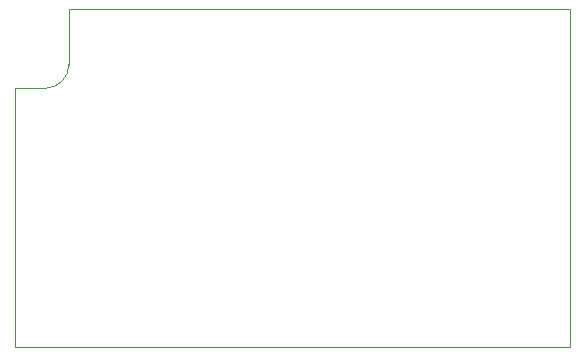
<source format=gbr>
%TF.GenerationSoftware,KiCad,Pcbnew,8.0.5*%
%TF.CreationDate,2024-10-12T09:39:11-04:00*%
%TF.ProjectId,preamp,70726561-6d70-42e6-9b69-6361645f7063,rev?*%
%TF.SameCoordinates,Original*%
%TF.FileFunction,Profile,NP*%
%FSLAX46Y46*%
G04 Gerber Fmt 4.6, Leading zero omitted, Abs format (unit mm)*
G04 Created by KiCad (PCBNEW 8.0.5) date 2024-10-12 09:39:11*
%MOMM*%
%LPD*%
G01*
G04 APERTURE LIST*
%TA.AperFunction,Profile*%
%ADD10C,0.100000*%
%TD*%
G04 APERTURE END LIST*
D10*
X91100000Y-78100000D02*
X93700000Y-78100000D01*
X91100000Y-100000000D02*
X91100000Y-78100000D01*
X138100000Y-100000000D02*
X91100000Y-100000000D01*
X95700000Y-71400000D02*
X138100000Y-71400000D01*
X95700000Y-76100000D02*
G75*
G02*
X93700000Y-78100000I-2000000J0D01*
G01*
X95700000Y-76100000D02*
X95700000Y-71400000D01*
X138100000Y-71400000D02*
X138100000Y-100000000D01*
M02*

</source>
